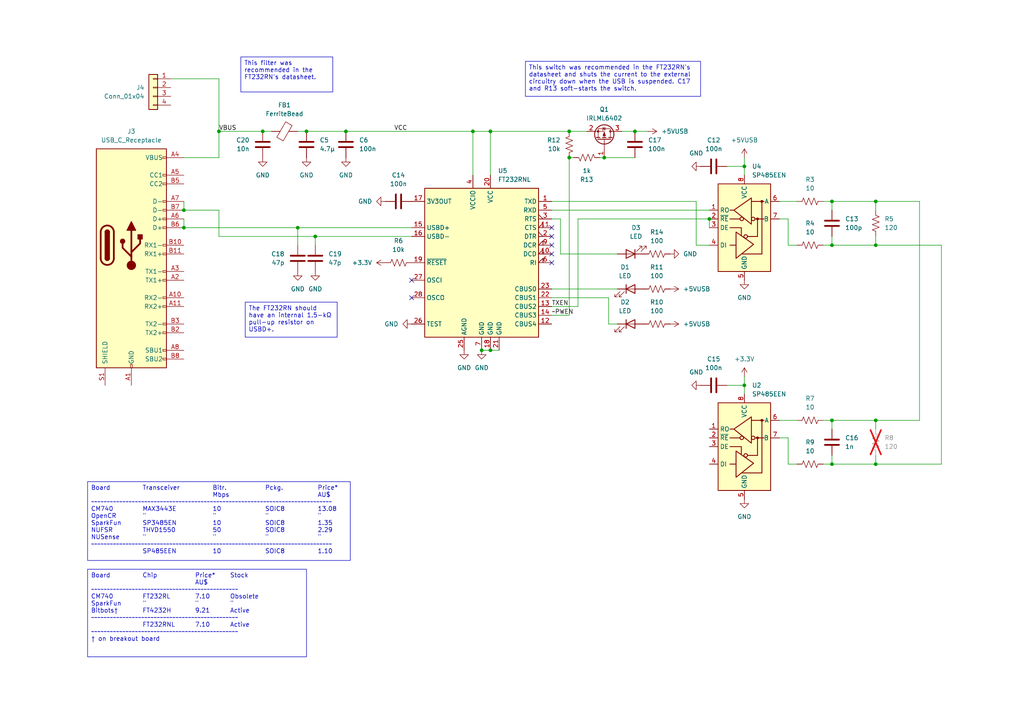
<source format=kicad_sch>
(kicad_sch (version 20231120) (generator "eeschema") (generator_version "8.0")
  (paper "A4")
  (lib_symbols
    (symbol "Connector:USB_C_Receptacle" (pin_names (offset 1.016))
      (property "Reference" "J" (at -10.16 29.21 0))
      (property "Value" "USB_C_Receptacle" (at 10.16 29.21 0))
      (symbol "USB_C_Receptacle_0_0"
        (rectangle (start -0.254 -35.56) (end 0.254 -34.544))
        (rectangle (start 10.16 -32.766) (end 9.144 -33.274))
        (rectangle (start 10.16 -30.226) (end 9.144 -30.734))
        (rectangle (start 10.16 -25.146) (end 9.144 -25.654))
        (rectangle (start 10.16 -22.606) (end 9.144 -23.114))
        (rectangle (start 10.16 -17.526) (end 9.144 -18.034))
        (rectangle (start 10.16 -14.986) (end 9.144 -15.494))
        (rectangle (start 10.16 -9.906) (end 9.144 -10.414))
        (rectangle (start 10.16 -7.366) (end 9.144 -7.874))
        (rectangle (start 10.16 -2.286) (end 9.144 -2.794))
        (rectangle (start 10.16 0.254) (end 9.144 -0.254))
        (rectangle (start 10.16 5.334) (end 9.144 4.826))
        (rectangle (start 10.16 7.874) (end 9.144 7.366))
        (rectangle (start 10.16 10.414) (end 9.144 9.906))
        (rectangle (start 10.16 12.954) (end 9.144 12.446))
        (rectangle (start 10.16 18.034) (end 9.144 17.526))
        (rectangle (start 10.16 20.574) (end 9.144 20.066))
        (rectangle (start 10.16 25.654) (end 9.144 25.146))
      )
      (symbol "USB_C_Receptacle_0_1"
        (rectangle (start -10.16 27.94) (end 10.16 -35.56) (stroke (width 0.254)) (fill (type background)))
        (arc (start -8.89 -3.81) (mid -6.985 -5.7067) (end -5.08 -3.81) (stroke (width 0.508)))
        (arc (start -7.62 -3.81) (mid -6.985 -4.4423) (end -6.35 -3.81) (stroke (width 0.254)))
        (arc (start -7.62 -3.81) (mid -6.985 -4.4423) (end -6.35 -3.81) (stroke (width 0.254)) (fill (type outline)))
        (rectangle (start -7.62 -3.81) (end -6.35 3.81) (stroke (width 0.254)) (fill (type outline)))
        (arc (start -6.35 3.81) (mid -6.985 4.4423) (end -7.62 3.81) (stroke (width 0.254)))
        (arc (start -6.35 3.81) (mid -6.985 4.4423) (end -7.62 3.81) (stroke (width 0.254)) (fill (type outline)))
        (arc (start -5.08 3.81) (mid -6.985 5.7067) (end -8.89 3.81) (stroke (width 0.508)))
        (polyline (pts (xy -8.89 -3.81) (xy -8.89 3.81)) (stroke (width 0.508)))
        (polyline (pts (xy -5.08 3.81) (xy -5.08 -3.81)) (stroke (width 0.508)))
      )
      (symbol "USB_C_Receptacle_1_1"
        (circle (center -2.54 1.143) (radius 0.635) (stroke (width 0.254)) (fill (type outline)))
        (circle (center 0 -5.842) (radius 1.27) (fill (type outline)))
        (polyline (pts (xy 0 -5.842) (xy 0 4.318)) (stroke (width 0.508)))
        (polyline (pts (xy 0 -3.302) (xy -2.54 -0.762) (xy -2.54 0.508)) (stroke (width 0.508)))
        (polyline (pts (xy 0 -2.032) (xy 2.54 0.508) (xy 2.54 1.778)) (stroke (width 0.508)))
        (polyline (pts (xy -1.27 4.318) (xy 0 6.858) (xy 1.27 4.318) (xy -1.27 4.318)) (stroke (width 0.254)) (fill (type outline)))
        (rectangle (start 1.905 1.778) (end 3.175 3.048) (stroke (width 0.254)) (fill (type outline)))
        (pin passive line (at 0 -40.64 90) (length 5.08) (name "GND") (number "A1"))
        (pin bidirectional line (at 15.24 -15.24 180) (length 5.08) (name "RX2-") (number "A10"))
        (pin bidirectional line (at 15.24 -17.78 180) (length 5.08) (name "RX2+") (number "A11"))
        (pin passive line (at 0 -40.64 90) (length 5.08) hide (name "GND") (number "A12"))
        (pin bidirectional line (at 15.24 -10.16 180) (length 5.08) (name "TX1+") (number "A2"))
        (pin bidirectional line (at 15.24 -7.62 180) (length 5.08) (name "TX1-") (number "A3"))
        (pin passive line (at 15.24 25.4 180) (length 5.08) (name "VBUS") (number "A4"))
        (pin bidirectional line (at 15.24 20.32 180) (length 5.08) (name "CC1") (number "A5"))
        (pin bidirectional line (at 15.24 7.62 180) (length 5.08) (name "D+") (number "A6"))
        (pin bidirectional line (at 15.24 12.7 180) (length 5.08) (name "D-") (number "A7"))
        (pin bidirectional line (at 15.24 -30.48 180) (length 5.08) (name "SBU1") (number "A8"))
        (pin passive line (at 15.24 25.4 180) (length 5.08) hide (name "VBUS") (number "A9"))
        (pin passive line (at 0 -40.64 90) (length 5.08) hide (name "GND") (number "B1"))
        (pin bidirectional line (at 15.24 0 180) (length 5.08) (name "RX1-") (number "B10"))
        (pin bidirectional line (at 15.24 -2.54 180) (length 5.08) (name "RX1+") (number "B11"))
        (pin passive line (at 0 -40.64 90) (length 5.08) hide (name "GND") (number "B12"))
        (pin bidirectional line (at 15.24 -25.4 180) (length 5.08) (name "TX2+") (number "B2"))
        (pin bidirectional line (at 15.24 -22.86 180) (length 5.08) (name "TX2-") (number "B3"))
        (pin passive line (at 15.24 25.4 180) (length 5.08) hide (name "VBUS") (number "B4"))
        (pin bidirectional line (at 15.24 17.78 180) (length 5.08) (name "CC2") (number "B5"))
        (pin bidirectional line (at 15.24 5.08 180) (length 5.08) (name "D+") (number "B6"))
        (pin bidirectional line (at 15.24 10.16 180) (length 5.08) (name "D-") (number "B7"))
        (pin bidirectional line (at 15.24 -33.02 180) (length 5.08) (name "SBU2") (number "B8"))
        (pin passive line (at 15.24 25.4 180) (length 5.08) hide (name "VBUS") (number "B9"))
        (pin passive line (at -7.62 -40.64 90) (length 5.08) (name "SHIELD") (number "S1"))
      )
    )
    (symbol "Connector_Generic:Conn_01x04" (pin_names (offset 1.016) hide)
      (property "Reference" "J" (at 0 5.08 0))
      (property "Value" "Conn_01x04" (at 0 -7.62 0))
      (symbol "Conn_01x04_1_1"
        (rectangle (start -1.27 -4.953) (end 0 -5.207) (stroke (width 0.1524)))
        (rectangle (start -1.27 -2.413) (end 0 -2.667) (stroke (width 0.1524)))
        (rectangle (start -1.27 0.127) (end 0 -0.127) (stroke (width 0.1524)))
        (rectangle (start -1.27 2.667) (end 0 2.413) (stroke (width 0.1524)))
        (rectangle (start -1.27 3.81) (end 1.27 -6.35) (stroke (width 0.254)) (fill (type background)))
        (pin passive line (at -5.08 2.54 0) (length 3.81) (name "Pin_1") (number "1"))
        (pin passive line (at -5.08 0 0) (length 3.81) (name "Pin_2") (number "2"))
        (pin passive line (at -5.08 -2.54 0) (length 3.81) (name "Pin_3") (number "3"))
        (pin passive line (at -5.08 -5.08 0) (length 3.81) (name "Pin_4") (number "4"))
      )
    )
    (symbol "Device:C" (pin_numbers hide) (pin_names (offset 0.254))
      (property "Reference" "C" (at 0.635 2.54 0))
      (property "Value" "C" (at 0.635 -2.54 0))
      (symbol "C_0_1"
        (polyline (pts (xy -2.032 -0.762) (xy 2.032 -0.762)) (stroke (width 0.508)))
        (polyline (pts (xy -2.032 0.762) (xy 2.032 0.762)) (stroke (width 0.508)))
      )
      (symbol "C_1_1"
        (pin passive line (at 0 3.81 270) (length 2.794) (name "~") (number "1"))
        (pin passive line (at 0 -3.81 90) (length 2.794) (name "~") (number "2"))
      )
    )
    (symbol "Device:FerriteBead" (pin_numbers hide) (pin_names (offset 0))
      (property "Reference" "FB" (at -3.81 0.635 90))
      (property "Value" "FerriteBead" (at 3.81 0 90))
      (symbol "FerriteBead_0_1"
        (polyline (pts (xy 0 -1.27) (xy 0 -1.2192)))
        (polyline (pts (xy 0 1.27) (xy 0 1.2954)))
        (polyline (pts (xy -2.7686 0.4064) (xy -1.7018 2.2606) (xy 2.7686 -0.3048) (xy 1.6764 -2.159) (xy -2.7686 0.4064)))
      )
      (symbol "FerriteBead_1_1"
        (pin passive line (at 0 3.81 270) (length 2.54) (name "~") (number "1"))
        (pin passive line (at 0 -3.81 90) (length 2.54) (name "~") (number "2"))
      )
    )
    (symbol "Device:LED" (pin_numbers hide) (pin_names (offset 1.016) hide)
      (property "Reference" "D" (at 0 2.54 0))
      (property "Value" "LED" (at 0 -2.54 0))
      (symbol "LED_0_1"
        (polyline (pts (xy -1.27 -1.27) (xy -1.27 1.27)) (stroke (width 0.254)))
        (polyline (pts (xy -1.27 0) (xy 1.27 0)))
        (polyline (pts (xy 1.27 -1.27) (xy 1.27 1.27) (xy -1.27 0) (xy 1.27 -1.27)) (stroke (width 0.254)))
        (polyline (pts (xy -3.048 -0.762) (xy -4.572 -2.286) (xy -3.81 -2.286) (xy -4.572 -2.286) (xy -4.572 -1.524)))
        (polyline (pts (xy -1.778 -0.762) (xy -3.302 -2.286) (xy -2.54 -2.286) (xy -3.302 -2.286) (xy -3.302 -1.524)))
      )
      (symbol "LED_1_1"
        (pin passive line (at -3.81 0 0) (length 2.54) (name "K") (number "1"))
        (pin passive line (at 3.81 0 180) (length 2.54) (name "A") (number "2"))
      )
    )
    (symbol "Device:R_US" (pin_numbers hide) (pin_names (offset 0))
      (property "Reference" "R" (at 2.54 0 90))
      (property "Value" "R_US" (at -2.54 0 90))
      (symbol "R_US_0_1"
        (polyline (pts (xy 0 -2.286) (xy 0 -2.54)))
        (polyline (pts (xy 0 2.286) (xy 0 2.54)))
        (polyline (pts (xy 0 -0.762) (xy 1.016 -1.143) (xy 0 -1.524) (xy -1.016 -1.905) (xy 0 -2.286)))
        (polyline (pts (xy 0 0.762) (xy 1.016 0.381) (xy 0 0) (xy -1.016 -0.381) (xy 0 -0.762)))
        (polyline (pts (xy 0 2.286) (xy 1.016 1.905) (xy 0 1.524) (xy -1.016 1.143) (xy 0 0.762)))
      )
      (symbol "R_US_1_1"
        (pin passive line (at 0 3.81 270) (length 1.27) (name "~") (number "1"))
        (pin passive line (at 0 -3.81 90) (length 1.27) (name "~") (number "2"))
      )
    )
    (symbol "Interface_UART:SP3485EN"
      (property "Reference" "U" (at -7.62 13.97 0))
      (property "Value" "SP3485EN" (at 1.905 13.97 0))
      (symbol "SP3485EN_0_1"
        (rectangle (start -7.62 12.7) (end 7.62 -12.7) (stroke (width 0.254)) (fill (type background)))
        (polyline (pts (xy -4.191 2.54) (xy -1.27 2.54)) (stroke (width 0.254)))
        (polyline (pts (xy -2.54 -5.08) (xy -4.191 -5.08)) (stroke (width 0.254)))
        (polyline (pts (xy -0.635 -7.62) (xy 5.08 -7.62)) (stroke (width 0.254)))
        (polyline (pts (xy 0.889 -2.54) (xy 3.81 -2.54)) (stroke (width 0.254)))
        (polyline (pts (xy 2.032 7.62) (xy 5.715 7.62)) (stroke (width 0.254)))
        (polyline (pts (xy 3.048 2.54) (xy 5.715 2.54)) (stroke (width 0.254)))
        (polyline (pts (xy 3.81 -2.54) (xy 3.81 2.54)) (stroke (width 0.254)))
        (polyline (pts (xy 5.08 -7.62) (xy 5.08 7.62)) (stroke (width 0.254)))
        (polyline (pts (xy -4.191 0) (xy -0.889 0) (xy -0.889 -2.286)) (stroke (width 0.254)))
        (polyline (pts (xy -3.175 5.08) (xy -4.191 5.08) (xy -4.064 5.08)) (stroke (width 0.254)))
        (polyline (pts (xy -2.413 -5.08) (xy -2.413 -1.27) (xy 2.667 -4.826) (xy -2.413 -8.89) (xy -2.413 -5.08)) (stroke (width 0.254)))
        (circle (center 0.381 -2.54) (radius 0.508) (stroke (width 0.254)))
        (circle (center 3.81 2.54) (radius 0.2794) (stroke (width 0.254)) (fill (type outline)))
      )
      (symbol "SP3485EN_1_1"
        (circle (center -0.762 2.54) (radius 0.508) (stroke (width 0.254)))
        (polyline (pts (xy 2.032 4.826) (xy 2.032 8.636) (xy -3.048 5.08) (xy 2.032 1.016) (xy 2.032 4.826)) (stroke (width 0.254)))
        (circle (center 2.54 2.54) (radius 0.508) (stroke (width 0.254)))
        (circle (center 5.08 7.62) (radius 0.2794) (stroke (width 0.254)) (fill (type outline)))
        (pin output line (at -10.16 5.08 0) (length 2.54) (name "RO") (number "1"))
        (pin input line (at -10.16 2.54 0) (length 2.54) (name "~{RE}") (number "2"))
        (pin input line (at -10.16 0 0) (length 2.54) (name "DE") (number "3"))
        (pin input line (at -10.16 -5.08 0) (length 2.54) (name "DI") (number "4"))
        (pin power_in line (at 0 -15.24 90) (length 2.54) (name "GND") (number "5"))
        (pin bidirectional line (at 10.16 7.62 180) (length 2.54) (name "A") (number "6"))
        (pin bidirectional line (at 10.16 2.54 180) (length 2.54) (name "B") (number "7"))
        (pin power_in line (at 0 15.24 270) (length 2.54) (name "VCC") (number "8"))
      )
    )
    (symbol "Interface_USB:FT232RL"
      (property "Reference" "U" (at -16.51 22.86 0))
      (property "Value" "FT232RL" (at 10.16 22.86 0))
      (symbol "FT232RL_0_1"
        (rectangle (start -16.51 21.59) (end 16.51 -21.59) (stroke (width 0.254)) (fill (type background)))
      )
      (symbol "FT232RL_1_1"
        (pin output line (at 20.32 17.78 180) (length 3.81) (name "TXD") (number "1"))
        (pin input input_low (at 20.32 2.54 180) (length 3.81) (name "DCD") (number "10"))
        (pin input input_low (at 20.32 10.16 180) (length 3.81) (name "CTS") (number "11"))
        (pin bidirectional line (at 20.32 -17.78 180) (length 3.81) (name "CBUS4") (number "12"))
        (pin bidirectional line (at 20.32 -12.7 180) (length 3.81) (name "CBUS2") (number "13"))
        (pin bidirectional line (at 20.32 -15.24 180) (length 3.81) (name "CBUS3") (number "14"))
        (pin bidirectional line (at -20.32 10.16 0) (length 3.81) (name "USBD+") (number "15"))
        (pin bidirectional line (at -20.32 7.62 0) (length 3.81) (name "USBD-") (number "16"))
        (pin power_out line (at -20.32 17.78 0) (length 3.81) (name "3V3OUT") (number "17"))
        (pin power_in line (at 2.54 -25.4 90) (length 3.81) (name "GND") (number "18"))
        (pin input line (at -20.32 0 0) (length 3.81) (name "~{RESET}") (number "19"))
        (pin output output_low (at 20.32 7.62 180) (length 3.81) (name "DTR") (number "2"))
        (pin power_in line (at 2.54 25.4 270) (length 3.81) (name "VCC") (number "20"))
        (pin power_in line (at 5.08 -25.4 90) (length 3.81) (name "GND") (number "21"))
        (pin bidirectional line (at 20.32 -10.16 180) (length 3.81) (name "CBUS1") (number "22"))
        (pin bidirectional line (at 20.32 -7.62 180) (length 3.81) (name "CBUS0") (number "23"))
        (pin power_in line (at -5.08 -25.4 90) (length 3.81) (name "AGND") (number "25"))
        (pin input line (at -20.32 -17.78 0) (length 3.81) (name "TEST") (number "26"))
        (pin input line (at -20.32 -5.08 0) (length 3.81) (name "OSCI") (number "27"))
        (pin output line (at -20.32 -10.16 0) (length 3.81) (name "OSCO") (number "28"))
        (pin output output_low (at 20.32 12.7 180) (length 3.81) (name "RTS") (number "3"))
        (pin power_in line (at -2.54 25.4 270) (length 3.81) (name "VCCIO") (number "4"))
        (pin input line (at 20.32 15.24 180) (length 3.81) (name "RXD") (number "5"))
        (pin input input_low (at 20.32 0 180) (length 3.81) (name "RI") (number "6"))
        (pin power_in line (at 0 -25.4 90) (length 3.81) (name "GND") (number "7"))
        (pin input input_low (at 20.32 5.08 180) (length 3.81) (name "DCR") (number "9"))
      )
    )
    (symbol "Transistor_FET:IRLML6402" (pin_names hide)
      (property "Reference" "Q" (at 5.08 1.905 0))
      (property "Value" "IRLML6402" (at 5.08 0 0))
      (symbol "IRLML6402_0_1"
        (polyline (pts (xy 0.254 0) (xy -2.54 0)))
        (polyline (pts (xy 0.254 1.905) (xy 0.254 -1.905)) (stroke (width 0.254)))
        (polyline (pts (xy 0.762 -1.27) (xy 0.762 -2.286)) (stroke (width 0.254)))
        (polyline (pts (xy 0.762 0.508) (xy 0.762 -0.508)) (stroke (width 0.254)))
        (polyline (pts (xy 0.762 2.286) (xy 0.762 1.27)) (stroke (width 0.254)))
        (polyline (pts (xy 2.54 2.54) (xy 2.54 1.778)))
        (polyline (pts (xy 2.54 -2.54) (xy 2.54 0) (xy 0.762 0)))
        (polyline (pts (xy 0.762 1.778) (xy 3.302 1.778) (xy 3.302 -1.778) (xy 0.762 -1.778)))
        (polyline (pts (xy 2.286 0) (xy 1.27 0.381) (xy 1.27 -0.381) (xy 2.286 0)) (fill (type outline)))
        (polyline (pts (xy 2.794 -0.508) (xy 2.921 -0.381) (xy 3.683 -0.381) (xy 3.81 -0.254)))
        (polyline (pts (xy 3.302 -0.381) (xy 2.921 0.254) (xy 3.683 0.254) (xy 3.302 -0.381)))
        (circle (center 1.651 0) (radius 2.794) (stroke (width 0.254)))
        (circle (center 2.54 -1.778) (radius 0.254) (fill (type outline)))
        (circle (center 2.54 1.778) (radius 0.254) (fill (type outline)))
      )
      (symbol "IRLML6402_1_1"
        (pin input line (at -5.08 0 0) (length 2.54) (name "G") (number "1"))
        (pin passive line (at 2.54 -5.08 90) (length 2.54) (name "S") (number "2"))
        (pin passive line (at 2.54 5.08 270) (length 2.54) (name "D") (number "3"))
      )
    )
    (symbol "power:+3.3V" (power) (pin_numbers hide) (pin_names (offset 0) hide)
      (property "Value" "+3.3V" (at 0 3.556 0))
      (symbol "+3.3V_0_1"
        (polyline (pts (xy -0.762 1.27) (xy 0 2.54)))
        (polyline (pts (xy 0 0) (xy 0 2.54)))
        (polyline (pts (xy 0 2.54) (xy 0.762 1.27)))
      )
      (symbol "+3.3V_1_1"
        (pin power_in line (at 0 0 90) (length 0) (name "~") (number "1"))
      )
    )
    (symbol "power:+3.3VP" (power) (pin_numbers hide) (pin_names (offset 0) hide)
      (property "Value" "+3.3VP" (at 0 3.556 0))
      (symbol "+3.3VP_0_0"
        (pin power_in line (at 0 0 90) (length 0) (name "~") (number "1"))
      )
      (symbol "+3.3VP_0_1"
        (polyline (pts (xy -0.762 1.27) (xy 0 2.54)))
        (polyline (pts (xy 0 0) (xy 0 2.54)))
        (polyline (pts (xy 0 2.54) (xy 0.762 1.27)))
      )
    )
    (symbol "power:GND" (power) (pin_numbers hide) (pin_names (offset 0) hide)
      (property "Value" "GND" (at 0 -3.81 0))
      (symbol "GND_0_1"
        (polyline (pts (xy 0 0) (xy 0 -1.27) (xy 1.27 -1.27) (xy 0 -2.54) (xy -1.27 -1.27) (xy 0 -1.27)))
      )
      (symbol "GND_1_1"
        (pin power_in line (at 0 0 270) (length 0) (name "~") (number "1"))
      )
    )
  )
  (junction (at 88.9 38.1))
  (junction (at 241.3 58.42))
  (junction (at 53.34 60.96))
  (junction (at 76.2 38.1))
  (junction (at 241.3 134.62))
  (junction (at 254 121.92))
  (junction (at 142.24 38.1))
  (junction (at 241.3 121.92))
  (junction (at 175.26 45.72))
  (junction (at 100.33 38.1))
  (junction (at 205.74 63.5))
  (junction (at 215.9 48.26))
  (junction (at 254 71.12))
  (junction (at 241.3 71.12))
  (junction (at 254 58.42))
  (junction (at 86.36 66.04))
  (junction (at 137.16 38.1))
  (junction (at 215.9 111.76))
  (junction (at 142.24 101.6))
  (junction (at 53.34 66.04))
  (junction (at 165.1 45.72))
  (junction (at 165.1 38.1))
  (junction (at 139.7 101.6))
  (junction (at 184.15 38.1))
  (junction (at 63.5 38.1))
  (junction (at 91.44 68.58))
  (junction (at 254 134.62))
  (no_connect (at 160.02 68.58))
  (no_connect (at 160.02 73.66))
  (no_connect (at 160.02 66.04))
  (no_connect (at 119.38 86.36))
  (no_connect (at 119.38 81.28))
  (no_connect (at 160.02 71.12))
  (no_connect (at 160.02 76.2))
  (wire (pts (xy 215.9 111.76) (xy 215.9 114.3)))
  (wire (pts (xy 241.3 58.42) (xy 254 58.42)))
  (wire (pts (xy 142.24 101.6) (xy 144.78 101.6)))
  (wire (pts (xy 238.76 121.92) (xy 241.3 121.92)))
  (wire (pts (xy 228.6 71.12) (xy 231.14 71.12)))
  (wire (pts (xy 63.5 38.1) (xy 76.2 38.1)))
  (wire (pts (xy 254 58.42) (xy 266.7 58.42)))
  (wire (pts (xy 273.05 71.12) (xy 254 71.12)))
  (wire (pts (xy 266.7 58.42) (xy 266.7 121.92)))
  (wire (pts (xy 142.24 38.1) (xy 142.24 50.8)))
  (wire (pts (xy 238.76 71.12) (xy 241.3 71.12)))
  (wire (pts (xy 86.36 66.04) (xy 119.38 66.04)))
  (wire (pts (xy 241.3 121.92) (xy 254 121.92)))
  (wire (pts (xy 63.5 45.72) (xy 53.34 45.72)))
  (wire (pts (xy 160.02 60.96) (xy 205.74 60.96)))
  (wire (pts (xy 254 58.42) (xy 254 60.96)))
  (wire (pts (xy 201.93 71.12) (xy 205.74 71.12)))
  (wire (pts (xy 226.06 63.5) (xy 228.6 63.5)))
  (wire (pts (xy 91.44 68.58) (xy 63.5 68.58)))
  (wire (pts (xy 184.15 38.1) (xy 187.96 38.1)))
  (wire (pts (xy 176.53 93.98) (xy 179.07 93.98)))
  (wire (pts (xy 215.9 45.72) (xy 215.9 48.26)))
  (wire (pts (xy 205.74 63.5) (xy 205.74 66.04)))
  (wire (pts (xy 160.02 83.82) (xy 179.07 83.82)))
  (wire (pts (xy 63.5 38.1) (xy 63.5 45.72)))
  (wire (pts (xy 226.06 58.42) (xy 231.14 58.42)))
  (wire (pts (xy 142.24 38.1) (xy 165.1 38.1)))
  (wire (pts (xy 167.64 63.5) (xy 167.64 88.9)))
  (wire (pts (xy 175.26 45.72) (xy 184.15 45.72)))
  (wire (pts (xy 238.76 134.62) (xy 241.3 134.62)))
  (wire (pts (xy 137.16 38.1) (xy 137.16 50.8)))
  (wire (pts (xy 241.3 58.42) (xy 241.3 60.96)))
  (wire (pts (xy 241.3 132.08) (xy 241.3 134.62)))
  (wire (pts (xy 165.1 38.1) (xy 170.18 38.1)))
  (wire (pts (xy 100.33 38.1) (xy 137.16 38.1)))
  (wire (pts (xy 167.64 88.9) (xy 160.02 88.9)))
  (wire (pts (xy 254 134.62) (xy 273.05 134.62)))
  (wire (pts (xy 210.82 48.26) (xy 215.9 48.26)))
  (wire (pts (xy 254 132.08) (xy 254 134.62)))
  (wire (pts (xy 241.3 134.62) (xy 254 134.62)))
  (wire (pts (xy 228.6 127) (xy 228.6 134.62)))
  (wire (pts (xy 63.5 22.86) (xy 63.5 38.1)))
  (wire (pts (xy 53.34 66.04) (xy 86.36 66.04)))
  (wire (pts (xy 162.56 73.66) (xy 179.07 73.66)))
  (wire (pts (xy 139.7 101.6) (xy 142.24 101.6)))
  (wire (pts (xy 160.02 91.44) (xy 165.1 91.44)))
  (wire (pts (xy 76.2 38.1) (xy 78.74 38.1)))
  (wire (pts (xy 226.06 121.92) (xy 231.14 121.92)))
  (wire (pts (xy 254 68.58) (xy 254 71.12)))
  (wire (pts (xy 241.3 121.92) (xy 241.3 124.46)))
  (wire (pts (xy 201.93 58.42) (xy 201.93 71.12)))
  (wire (pts (xy 266.7 121.92) (xy 254 121.92)))
  (wire (pts (xy 49.53 22.86) (xy 63.5 22.86)))
  (wire (pts (xy 180.34 38.1) (xy 184.15 38.1)))
  (wire (pts (xy 162.56 63.5) (xy 162.56 73.66)))
  (wire (pts (xy 241.3 71.12) (xy 254 71.12)))
  (wire (pts (xy 238.76 58.42) (xy 241.3 58.42)))
  (wire (pts (xy 226.06 127) (xy 228.6 127)))
  (wire (pts (xy 86.36 66.04) (xy 86.36 71.12)))
  (wire (pts (xy 254 121.92) (xy 254 124.46)))
  (wire (pts (xy 176.53 86.36) (xy 176.53 93.98)))
  (wire (pts (xy 210.82 111.76) (xy 215.9 111.76)))
  (wire (pts (xy 228.6 134.62) (xy 231.14 134.62)))
  (wire (pts (xy 86.36 38.1) (xy 88.9 38.1)))
  (wire (pts (xy 215.9 109.22) (xy 215.9 111.76)))
  (wire (pts (xy 91.44 68.58) (xy 91.44 71.12)))
  (wire (pts (xy 160.02 63.5) (xy 162.56 63.5)))
  (wire (pts (xy 160.02 86.36) (xy 176.53 86.36)))
  (wire (pts (xy 53.34 63.5) (xy 53.34 66.04)))
  (wire (pts (xy 88.9 38.1) (xy 100.33 38.1)))
  (wire (pts (xy 273.05 134.62) (xy 273.05 71.12)))
  (wire (pts (xy 241.3 68.58) (xy 241.3 71.12)))
  (wire (pts (xy 63.5 60.96) (xy 53.34 60.96)))
  (wire (pts (xy 215.9 48.26) (xy 215.9 50.8)))
  (wire (pts (xy 167.64 63.5) (xy 205.74 63.5)))
  (wire (pts (xy 53.34 58.42) (xy 53.34 60.96)))
  (wire (pts (xy 165.1 91.44) (xy 165.1 45.72)))
  (wire (pts (xy 165.1 45.72) (xy 166.37 45.72)))
  (wire (pts (xy 173.99 45.72) (xy 175.26 45.72)))
  (wire (pts (xy 137.16 38.1) (xy 142.24 38.1)))
  (wire (pts (xy 91.44 68.58) (xy 119.38 68.58)))
  (wire (pts (xy 228.6 63.5) (xy 228.6 71.12)))
  (wire (pts (xy 63.5 68.58) (xy 63.5 60.96)))
  (wire (pts (xy 160.02 58.42) (xy 201.93 58.42)))
  (text_box "Board		Transceiver		Bitr.		Pckg.		Price*\n							Mbps					AU$	\n~~~~~~~~~~~~~~~~~~~~~~~~~~~~~~~~~~~~~~~~~~~~~~~~~~~~~~~~~~~~~~~~~~~~~~~~~~~~~\nCM740		MAX3443E		10			SOIC8		13.08\nOpenCR		\"				\"			\"			\"\nSparkFun	SP3485EN		10			SOIC8		1.35\nNUFSR		THVD1550		50			SOIC8		2.29\nNUSense		\"				\"			\"			\"\n~~~~~~~~~~~~~~~~~~~~~~~~~~~~~~~~~~~~~~~~~~~~~~~~~~~~~~~~~~~~~~~~~~~~~~~~~~~~~\n			SP485EEN		10			SOIC8		1.10" (at 25.4 139.7 0) (size 76.2 22.86) (effects (font (size 1.27 1.27)) (justify left top)))
  (text_box "The FT232RN should have an internal 1.5-kΩ pull-up resistor on USBD+. " (at 71.12 87.63 0) (size 26.67 10.16) (effects (font (size 1.27 1.27)) (justify left top)))
  (text_box "This filter was recommended in the FT232RN's datasheet." (at 69.85 16.51 0) (size 26.67 10.16) (effects (font (size 1.27 1.27)) (justify left top)))
  (text_box "This switch was recommended in the FT232RN's datasheet and shuts the current to the external circuitry down when the USB is suspended. C17 and R13 soft-starts the switch." (at 152.4 17.78 0) (size 50.8 10.16) (effects (font (size 1.27 1.27)) (justify left top)))
  (text_box "Board		Chip		Price*	Stock\n						AU$	\n~~~~~~~~~~~~~~~~~~~~~~~~~~~~~~~~~~~~~~~~~~~~~~~\nCM740		FT232RL		7.10	Obsolete\nSparkFun	\"			\"		\"\nBitbots†	FT4232H		9.21	Active\n~~~~~~~~~~~~~~~~~~~~~~~~~~~~~~~~~~~~~~~~~~~~~~~\n			FT232RNL	7.10	Active\n~~~~~~~~~~~~~~~~~~~~~~~~~~~~~~~~~~~~~~~~~~~~~~~\n† on breakout board" (at 25.4 165.1 0) (size 63.5 25.4) (effects (font (size 1.27 1.27)) (justify left top)))
  (label "TXEN" (at 160.02 88.9 0))
  (label "~PWEN" (at 160.02 91.44 0))
  (label "VBUS" (at 63.5 38.1 0))
  (label "VCC" (at 114.3 38.1 0))
  (symbol (lib_id "Device:R_US") (at 115.57 76.2 90) (unit 1)
    (property "Reference" "R6" (at 115.57 69.85 90))
    (property "Value" "10k" (at 115.57 72.39 90))
    (property "Footprint" "Resistor_SMD:R_0603_1608Metric" (effects (hide yes)))
    (property "Description" "Resistor, US symbol" (effects (hide yes)))
  )
  (symbol (lib_id "Device:C") (at 241.3 64.77 0) (unit 1)
    (property "Reference" "C13" (at 245.11 63.4999 0) (effects (justify left)))
    (property "Value" "100p" (at 245.11 66.0399 0) (effects (justify left)))
    (property "Footprint" "Capacitor_SMD:C_0603_1608Metric" (effects (hide yes)))
    (property "Description" "Unpolarized capacitor" (effects (hide yes)))
  )
  (symbol (lib_id "Device:C") (at 100.33 41.91 180) (unit 1)
    (property "Reference" "C6" (at 104.14 40.6399 0) (effects (justify right)))
    (property "Value" "100n" (at 104.14 43.1799 0) (effects (justify right)))
    (property "Footprint" "Capacitor_SMD:C_0603_1608Metric" (effects (hide yes)))
    (property "Description" "Unpolarized capacitor" (effects (hide yes)))
  )
  (symbol (lib_id "power:+3.3VP") (at 215.9 45.72 0) (unit 1)
    (property "Reference" "#PWR023" (effects (hide yes)))
    (property "Value" "+5VUSB" (at 215.9 40.64 0))
    (property "Description" "Power symbol creates a global label with name \"+3.3VP\"" (effects (hide yes)))
  )
  (symbol (lib_id "power:GND") (at 215.9 81.28 0) (unit 1)
    (property "Reference" "#PWR026" (effects (hide yes)))
    (property "Value" "GND" (at 215.9 86.36 0))
    (property "Description" "Power symbol creates a global label with name \"GND\" , ground" (effects (hide yes)))
  )
  (symbol (lib_id "Interface_UART:SP3485EN") (at 215.9 129.54 0) (unit 1)
    (property "Reference" "U2" (at 218.0941 111.76 0) (effects (justify left)))
    (property "Value" "SP485EEN" (at 218.0941 114.3 0) (effects (justify left)))
    (property "Footprint" "Package_SO:SOIC-8_3.9x4.9mm_P1.27mm" (effects (hide yes)))
    (property "Datasheet" "https://www.maxlinear.com/ds/sp481e_sp485e.pdf" (effects (hide yes)))
    (property "Description" "Enhanced Low Power Half-Duplex RS-485 Transceivers" (effects (hide yes)))
  )
  (symbol (lib_id "Device:LED") (at 182.88 83.82 0) (unit 1)
    (property "Reference" "D1" (at 181.2925 77.47 0))
    (property "Value" "LED" (at 181.2925 80.01 0))
    (property "Footprint" "LED_SMD:LED_0805_2012Metric" (effects (hide yes)))
    (property "Description" "Light emitting diode" (effects (hide yes)))
  )
  (symbol (lib_id "Device:C") (at 207.01 48.26 270) (unit 1)
    (property "Reference" "C12" (at 207.01 40.64 90))
    (property "Value" "100n" (at 207.01 43.18 90))
    (property "Footprint" "Capacitor_SMD:C_0603_1608Metric" (effects (hide yes)))
    (property "Description" "Unpolarized capacitor" (effects (hide yes)))
  )
  (symbol (lib_id "power:GND") (at 139.7 101.6 0) (unit 1)
    (property "Reference" "#PWR027" (effects (hide yes)))
    (property "Value" "GND" (at 139.7 106.68 0))
    (property "Description" "Power symbol creates a global label with name \"GND\" , ground" (effects (hide yes)))
  )
  (symbol (lib_id "Device:C") (at 184.15 41.91 0) (unit 1)
    (property "Reference" "C17" (at 187.96 40.6399 0) (effects (justify left)))
    (property "Value" "100n" (at 187.96 43.1799 0) (effects (justify left)))
    (property "Footprint" "Capacitor_SMD:C_0603_1608Metric" (effects (hide yes)))
    (property "Description" "Unpolarized capacitor" (effects (hide yes)))
  )
  (symbol (lib_id "Device:FerriteBead") (at 82.55 38.1 90) (unit 1)
    (property "Reference" "FB1" (at 82.4992 30.48 90))
    (property "Value" "FerriteBead" (at 82.4992 33.02 90))
    (property "Footprint" "Inductor_SMD:L_0603_1608Metric" (effects (hide yes)))
    (property "Description" "Ferrite bead" (effects (hide yes)))
  )
  (symbol (lib_id "Device:C") (at 88.9 41.91 180) (unit 1)
    (property "Reference" "C5" (at 92.71 40.6399 0) (effects (justify right)))
    (property "Value" "4.7μ" (at 92.71 43.1799 0) (effects (justify right)))
    (property "Footprint" "Capacitor_SMD:C_0805_2012Metric" (effects (hide yes)))
    (property "Description" "Unpolarized capacitor" (effects (hide yes)))
  )
  (symbol (lib_id "Interface_USB:FT232RL") (at 139.7 76.2 0) (unit 1)
    (property "Reference" "U5" (at 144.4341 49.53 0) (effects (justify left)))
    (property "Value" "FT232RNL" (at 144.4341 52.07 0) (effects (justify left)))
    (property "Footprint" "Package_SO:SSOP-28_5.3x10.2mm_P0.65mm" (effects (hide yes)))
    (property "Datasheet" "https://www.ftdichip.com/Support/Documents/DataSheets/ICs/DS_FT232R.pdf" (effects (hide yes)))
    (property "Description" "USB to Serial Interface, SSOP-28" (effects (hide yes)))
  )
  (symbol (lib_id "power:GND") (at 134.62 101.6 0) (unit 1)
    (property "Reference" "#PWR028" (effects (hide yes)))
    (property "Value" "GND" (at 134.62 106.68 0))
    (property "Description" "Power symbol creates a global label with name \"GND\" , ground" (effects (hide yes)))
  )
  (symbol (lib_id "Device:R_US") (at 190.5 93.98 90) (unit 1)
    (property "Reference" "R10" (at 190.5 87.63 90))
    (property "Value" "100" (at 190.5 90.17 90))
    (property "Footprint" "Resistor_SMD:R_0201_0603Metric" (effects (hide yes)))
    (property "Description" "Resistor, US symbol" (effects (hide yes)))
  )
  (symbol (lib_id "Device:C") (at 241.3 128.27 0) (unit 1)
    (property "Reference" "C16" (at 245.11 126.9999 0) (effects (justify left)))
    (property "Value" "1n" (at 245.11 129.5399 0) (effects (justify left)))
    (property "Footprint" "Capacitor_SMD:C_0603_1608Metric" (effects (hide yes)))
    (property "Description" "Unpolarized capacitor" (effects (hide yes)))
  )
  (symbol (lib_id "Connector_Generic:Conn_01x04") (at 44.45 25.4 0) (mirror y) (unit 1)
    (property "Reference" "J4" (at 41.91 25.3999 0) (effects (justify left)))
    (property "Value" "Conn_01x04" (at 41.91 27.9399 0) (effects (justify left)))
    (property "Footprint" "Connector_Molex:Molex_PicoBlade_53047-0410_1x04_P1.25mm_Vertical" (effects (hide yes)))
    (property "Description" "Generic connector, single row, 01x04, script generated (kicad-library-utils/schlib/autogen/connector/)" (effects (hide yes)))
  )
  (symbol (lib_id "power:GND") (at 119.38 93.98 270) (unit 1)
    (property "Reference" "#PWR032" (effects (hide yes)))
    (property "Value" "GND" (at 115.57 93.9799 90) (effects (justify right)))
    (property "Description" "Power symbol creates a global label with name \"GND\" , ground" (effects (hide yes)))
  )
  (symbol (lib_id "Device:C") (at 207.01 111.76 270) (unit 1)
    (property "Reference" "C15" (at 207.01 104.14 90))
    (property "Value" "100n" (at 207.01 106.68 90))
    (property "Footprint" "Capacitor_SMD:C_0603_1608Metric" (effects (hide yes)))
    (property "Description" "Unpolarized capacitor" (effects (hide yes)))
  )
  (symbol (lib_id "Device:C") (at 76.2 41.91 0) (mirror x) (unit 1)
    (property "Reference" "C20" (at 72.39 40.6399 0) (effects (justify right)))
    (property "Value" "10n" (at 72.39 43.1799 0) (effects (justify right)))
    (property "Footprint" "Capacitor_SMD:C_0603_1608Metric" (effects (hide yes)))
    (property "Description" "Unpolarized capacitor" (effects (hide yes)))
  )
  (symbol (lib_id "Device:R_US") (at 234.95 121.92 90) (unit 1)
    (property "Reference" "R7" (at 234.95 115.57 90))
    (property "Value" "10" (at 234.95 118.11 90))
    (property "Footprint" "Resistor_SMD:R_0603_1608Metric" (effects (hide yes)))
    (property "Description" "Resistor, US symbol" (effects (hide yes)))
  )
  (symbol (lib_id "Device:R_US") (at 254 64.77 0) (unit 1)
    (property "Reference" "R5" (at 256.54 63.4999 0) (effects (justify left)))
    (property "Value" "120" (at 256.54 66.0399 0) (effects (justify left)))
    (property "Footprint" "Resistor_SMD:R_0603_1608Metric" (effects (hide yes)))
    (property "Description" "Resistor, US symbol" (effects (hide yes)))
  )
  (symbol (lib_id "Device:R_US") (at 234.95 58.42 90) (unit 1)
    (property "Reference" "R3" (at 234.95 52.07 90))
    (property "Value" "10" (at 234.95 54.61 90))
    (property "Footprint" "Resistor_SMD:R_0603_1608Metric" (effects (hide yes)))
    (property "Description" "Resistor, US symbol" (effects (hide yes)))
  )
  (symbol (lib_id "Device:R_US") (at 234.95 134.62 90) (unit 1)
    (property "Reference" "R9" (at 234.95 128.27 90))
    (property "Value" "10" (at 234.95 130.81 90))
    (property "Footprint" "Resistor_SMD:R_0603_1608Metric" (effects (hide yes)))
    (property "Description" "Resistor, US symbol" (effects (hide yes)))
  )
  (symbol (lib_id "Device:R_US") (at 234.95 71.12 90) (unit 1)
    (property "Reference" "R4" (at 234.95 64.77 90))
    (property "Value" "10" (at 234.95 67.31 90))
    (property "Footprint" "Resistor_SMD:R_0603_1608Metric" (effects (hide yes)))
    (property "Description" "Resistor, US symbol" (effects (hide yes)))
  )
  (symbol (lib_id "power:GND") (at 100.33 45.72 0) (unit 1)
    (property "Reference" "#PWR011" (effects (hide yes)))
    (property "Value" "GND" (at 100.33 50.8 0))
    (property "Description" "Power symbol creates a global label with name \"GND\" , ground" (effects (hide yes)))
  )
  (symbol (lib_id "power:GND") (at 194.31 73.66 90) (unit 1)
    (property "Reference" "#PWR037" (effects (hide yes)))
    (property "Value" "GND" (at 198.12 73.6599 90) (effects (justify right)))
    (property "Description" "Power symbol creates a global label with name \"GND\" , ground" (effects (hide yes)))
  )
  (symbol (lib_id "power:+3.3V") (at 111.76 76.2 90) (unit 1)
    (property "Reference" "#PWR031" (effects (hide yes)))
    (property "Value" "+3.3V" (at 107.95 76.1999 90) (effects (justify left)))
    (property "Description" "Power symbol creates a global label with name \"+3.3V\"" (effects (hide yes)))
  )
  (symbol (lib_id "Device:C") (at 115.57 58.42 90) (unit 1)
    (property "Reference" "C14" (at 115.57 50.8 90))
    (property "Value" "100n" (at 115.57 53.34 90))
    (property "Footprint" "Capacitor_SMD:C_0603_1608Metric" (effects (hide yes)))
    (property "Description" "Unpolarized capacitor" (effects (hide yes)))
  )
  (symbol (lib_id "Device:R_US") (at 190.5 83.82 90) (unit 1)
    (property "Reference" "R11" (at 190.5 77.47 90))
    (property "Value" "100" (at 190.5 80.01 90))
    (property "Footprint" "Resistor_SMD:R_0201_0603Metric" (effects (hide yes)))
    (property "Description" "Resistor, US symbol" (effects (hide yes)))
  )
  (symbol (lib_id "Device:R_US") (at 254 128.27 0) (unit 1) (dnp yes)
    (property "Reference" "R8" (at 256.54 126.9999 0) (effects (justify left)))
    (property "Value" "120" (at 256.54 129.5399 0) (effects (justify left)))
    (property "Footprint" "Resistor_SMD:R_0603_1608Metric" (effects (hide yes)))
    (property "Description" "Resistor, US symbol" (effects (hide yes)))
  )
  (symbol (lib_id "Device:C") (at 91.44 74.93 180) (unit 1)
    (property "Reference" "C19" (at 95.25 73.6599 0) (effects (justify right)))
    (property "Value" "47p" (at 95.25 76.1999 0) (effects (justify right)))
    (property "Footprint" "Capacitor_SMD:C_0603_1608Metric" (effects (hide yes)))
    (property "Description" "Unpolarized capacitor" (effects (hide yes)))
  )
  (symbol (lib_id "power:+3.3VP") (at 194.31 93.98 270) (unit 1)
    (property "Reference" "#PWR029" (effects (hide yes)))
    (property "Value" "+5VUSB" (at 198.12 93.9799 90) (effects (justify left)))
    (property "Description" "Power symbol creates a global label with name \"+3.3VP\"" (effects (hide yes)))
  )
  (symbol (lib_id "Device:R_US") (at 165.1 41.91 0) (mirror y) (unit 1)
    (property "Reference" "R12" (at 162.56 40.6399 0) (effects (justify left)))
    (property "Value" "10k" (at 162.56 43.1799 0) (effects (justify left)))
    (property "Footprint" "Resistor_SMD:R_0201_0603Metric" (effects (hide yes)))
    (property "Description" "Resistor, US symbol" (effects (hide yes)))
  )
  (symbol (lib_id "power:+3.3V") (at 215.9 109.22 0) (unit 1)
    (property "Reference" "#PWR035" (effects (hide yes)))
    (property "Value" "+3.3V" (at 215.9 104.14 0))
    (property "Description" "Power symbol creates a global label with name \"+3.3V\"" (effects (hide yes)))
  )
  (symbol (lib_id "Device:LED") (at 182.88 93.98 0) (unit 1)
    (property "Reference" "D2" (at 181.2925 87.63 0))
    (property "Value" "LED" (at 181.2925 90.17 0))
    (property "Footprint" "LED_SMD:LED_0805_2012Metric" (effects (hide yes)))
    (property "Description" "Light emitting diode" (effects (hide yes)))
  )
  (symbol (lib_id "power:GND") (at 203.2 111.76 270) (unit 1)
    (property "Reference" "#PWR034" (effects (hide yes)))
    (property "Value" "GND" (at 201.93 107.95 90))
    (property "Description" "Power symbol creates a global label with name \"GND\" , ground" (effects (hide yes)))
  )
  (symbol (lib_id "power:GND") (at 111.76 58.42 270) (unit 1)
    (property "Reference" "#PWR030" (effects (hide yes)))
    (property "Value" "GND" (at 107.95 58.4199 90) (effects (justify right)))
    (property "Description" "Power symbol creates a global label with name \"GND\" , ground" (effects (hide yes)))
  )
  (symbol (lib_id "power:+3.3VP") (at 194.31 83.82 270) (unit 1)
    (property "Reference" "#PWR024" (effects (hide yes)))
    (property "Value" "+5VUSB" (at 198.12 83.8199 90) (effects (justify left)))
    (property "Description" "Power symbol creates a global label with name \"+3.3VP\"" (effects (hide yes)))
  )
  (symbol (lib_id "Transistor_FET:IRLML6402") (at 175.26 40.64 270) (mirror x) (unit 1)
    (property "Reference" "Q1" (at 175.26 31.75 90))
    (property "Value" "IRLML6402" (at 175.26 34.29 90))
    (property "Footprint" "Package_TO_SOT_SMD:SOT-23" (effects (hide yes)))
    (property "Datasheet" "https://www.infineon.com/dgdl/irlml6402pbf.pdf?fileId=5546d462533600a401535668d5c2263c" (effects (hide yes)))
    (property "Description" "-3.7A Id, -20V Vds, 65mOhm Rds, P-Channel HEXFET Power MOSFET, SOT-23" (effects (hide yes)))
  )
  (symbol (lib_id "power:GND") (at 86.36 78.74 0) (unit 1)
    (property "Reference" "#PWR09" (effects (hide yes)))
    (property "Value" "GND" (at 86.36 83.82 0))
    (property "Description" "Power symbol creates a global label with name \"GND\" , ground" (effects (hide yes)))
  )
  (symbol (lib_id "power:GND") (at 203.2 48.26 270) (unit 1)
    (property "Reference" "#PWR025" (effects (hide yes)))
    (property "Value" "GND" (at 201.93 44.45 90))
    (property "Description" "Power symbol creates a global label with name \"GND\" , ground" (effects (hide yes)))
  )
  (symbol (lib_id "power:GND") (at 88.9 45.72 0) (unit 1)
    (property "Reference" "#PWR08" (effects (hide yes)))
    (property "Value" "GND" (at 88.9 50.8 0))
    (property "Description" "Power symbol creates a global label with name \"GND\" , ground" (effects (hide yes)))
  )
  (symbol (lib_id "power:GND") (at 91.44 78.74 0) (unit 1)
    (property "Reference" "#PWR010" (effects (hide yes)))
    (property "Value" "GND" (at 91.44 83.82 0))
    (property "Description" "Power symbol creates a global label with name \"GND\" , ground" (effects (hide yes)))
  )
  (symbol (lib_id "Device:C") (at 86.36 74.93 0) (mirror x) (unit 1)
    (property "Reference" "C18" (at 82.55 73.6599 0) (effects (justify right)))
    (property "Value" "47p" (at 82.55 76.1999 0) (effects (justify right)))
    (property "Footprint" "Capacitor_SMD:C_0603_1608Metric" (effects (hide yes)))
    (property "Description" "Unpolarized capacitor" (effects (hide yes)))
  )
  (symbol (lib_id "Connector:USB_C_Receptacle") (at 38.1 71.12 0) (unit 1)
    (property "Reference" "J3" (at 38.1 38.1 0))
    (property "Value" "USB_C_Receptacle" (at 38.1 40.64 0))
    (property "Footprint" "Connector_USB:USB_C_Receptacle_Amphenol_12401548E4-2A" (effects (hide yes)))
    (property "Datasheet" "https://www.usb.org/sites/default/files/documents/usb_type-c.zip" (effects (hide yes)))
    (property "Description" "USB Full-Featured Type-C Receptacle connector" (effects (hide yes)))
  )
  (symbol (lib_id "Device:R_US") (at 170.18 45.72 90) (mirror x) (unit 1)
    (property "Reference" "R13" (at 170.18 52.07 90))
    (property "Value" "1k" (at 170.18 49.53 90))
    (property "Footprint" "Resistor_SMD:R_0201_0603Metric" (effects (hide yes)))
    (property "Description" "Resistor, US symbol" (effects (hide yes)))
  )
  (symbol (lib_id "power:GND") (at 215.9 144.78 0) (unit 1)
    (property "Reference" "#PWR036" (effects (hide yes)))
    (property "Value" "GND" (at 215.9 149.86 0))
    (property "Description" "Power symbol creates a global label with name \"GND\" , ground" (effects (hide yes)))
  )
  (symbol (lib_id "Device:R_US") (at 190.5 73.66 90) (unit 1)
    (property "Reference" "R14" (at 190.5 67.31 90))
    (property "Value" "100" (at 190.5 69.85 90))
    (property "Footprint" "Resistor_SMD:R_0201_0603Metric" (effects (hide yes)))
    (property "Description" "Resistor, US symbol" (effects (hide yes)))
  )
  (symbol (lib_id "Interface_UART:SP3485EN") (at 215.9 66.04 0) (unit 1)
    (property "Reference" "U4" (at 218.0941 48.26 0) (effects (justify left)))
    (property "Value" "SP485EEN" (at 218.0941 50.8 0) (effects (justify left)))
    (property "Footprint" "Package_SO:SOIC-8_3.9x4.9mm_P1.27mm" (effects (hide yes)))
    (property "Datasheet" "https://www.maxlinear.com/ds/sp481e_sp485e.pdf" (effects (hide yes)))
    (property "Description" "Enhanced Low Power Half-Duplex RS-485 Transceivers" (effects (hide yes)))
  )
  (symbol (lib_id "power:GND") (at 76.2 45.72 0) (unit 1)
    (property "Reference" "#PWR07" (effects (hide yes)))
    (property "Value" "GND" (at 76.2 50.8 0))
    (property "Description" "Power symbol creates a global label with name \"GND\" , ground" (effects (hide yes)))
  )
  (symbol (lib_id "power:+3.3VP") (at 187.96 38.1 270) (unit 1)
    (property "Reference" "#PWR033" (effects (hide yes)))
    (property "Value" "+5VUSB" (at 191.77 38.0999 90) (effects (justify left)))
    (property "Description" "Power symbol creates a global label with name \"+3.3VP\"" (effects (hide yes)))
  )
  (symbol (lib_id "Device:LED") (at 182.88 73.66 180) (unit 1)
    (property "Reference" "D3" (at 184.4675 66.04 0))
    (property "Value" "LED" (at 184.4675 68.58 0))
    (property "Footprint" "LED_SMD:LED_0805_2012Metric" (effects (hide yes)))
    (property "Description" "Light emitting diode" (effects (hide yes)))
  )
)
</source>
